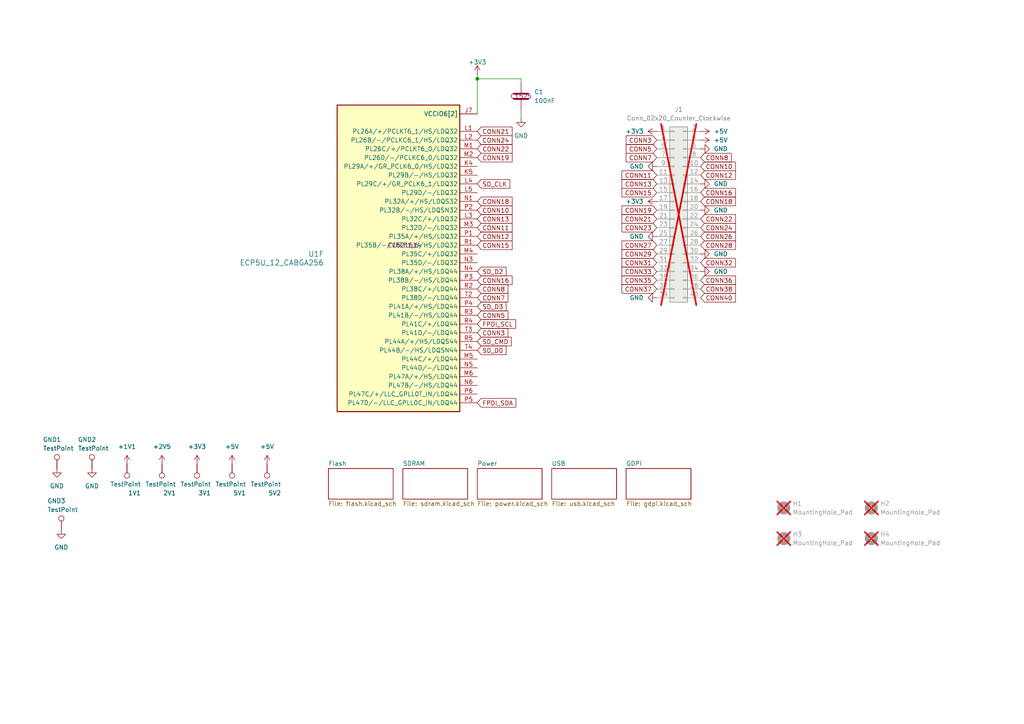
<source format=kicad_sch>
(kicad_sch (version 20250114) (generator "eeschema") (generator_version "9.0")
  (paper "A4")
  (title_block (title "Anice") (date "2025-04-25") (rev "v1r1") (company "Cyao") (comment 1 "https://github.com/cheyao/anice"))
  (lib_symbols
    (symbol "Connector:TestPoint" (pin_numbers (hide yes)) (pin_names (offset 0.762) (hide yes))
      (property "Reference" "TP" (at 0 6.858 0))
      (property "Value" "TestPoint" (at 0 5.08 0))
      (symbol "TestPoint_0_1"
        (circle (center 0 3.302) (radius 0.762))
      )
      (symbol "TestPoint_1_1"
        (pin passive line (at 0 0 90) (length 2.54) (name "1") (number "1"))
      )
    )
    (symbol "Connector_Generic:Conn_02x20_Odd_Even" (pin_names (offset 1.016) (hide yes))
      (property "Reference" "J" (at 1.27 25.4 0))
      (property "Value" "Conn_02x20_Odd_Even" (at 1.27 -27.94 0))
      (symbol "Conn_02x20_Odd_Even_1_1"
        (rectangle (start -1.27 24.13) (end 3.81 -26.67) (stroke (width 0.254)) (fill (type background)))
        (rectangle (start -1.27 22.987) (end 0 22.733) (stroke (width 0.1524)))
        (rectangle (start -1.27 20.447) (end 0 20.193) (stroke (width 0.1524)))
        (rectangle (start -1.27 17.907) (end 0 17.653) (stroke (width 0.1524)))
        (rectangle (start -1.27 15.367) (end 0 15.113) (stroke (width 0.1524)))
        (rectangle (start -1.27 12.827) (end 0 12.573) (stroke (width 0.1524)))
        (rectangle (start -1.27 10.287) (end 0 10.033) (stroke (width 0.1524)))
        (rectangle (start -1.27 7.747) (end 0 7.493) (stroke (width 0.1524)))
        (rectangle (start -1.27 5.207) (end 0 4.953) (stroke (width 0.1524)))
        (rectangle (start -1.27 2.667) (end 0 2.413) (stroke (width 0.1524)))
        (rectangle (start -1.27 0.127) (end 0 -0.127) (stroke (width 0.1524)))
        (rectangle (start -1.27 -2.413) (end 0 -2.667) (stroke (width 0.1524)))
        (rectangle (start -1.27 -4.953) (end 0 -5.207) (stroke (width 0.1524)))
        (rectangle (start -1.27 -7.493) (end 0 -7.747) (stroke (width 0.1524)))
        (rectangle (start -1.27 -10.033) (end 0 -10.287) (stroke (width 0.1524)))
        (rectangle (start -1.27 -12.573) (end 0 -12.827) (stroke (width 0.1524)))
        (rectangle (start -1.27 -15.113) (end 0 -15.367) (stroke (width 0.1524)))
        (rectangle (start -1.27 -17.653) (end 0 -17.907) (stroke (width 0.1524)))
        (rectangle (start -1.27 -20.193) (end 0 -20.447) (stroke (width 0.1524)))
        (rectangle (start -1.27 -22.733) (end 0 -22.987) (stroke (width 0.1524)))
        (rectangle (start -1.27 -25.273) (end 0 -25.527) (stroke (width 0.1524)))
        (rectangle (start 3.81 22.987) (end 2.54 22.733) (stroke (width 0.1524)))
        (rectangle (start 3.81 20.447) (end 2.54 20.193) (stroke (width 0.1524)))
        (rectangle (start 3.81 17.907) (end 2.54 17.653) (stroke (width 0.1524)))
        (rectangle (start 3.81 15.367) (end 2.54 15.113) (stroke (width 0.1524)))
        (rectangle (start 3.81 12.827) (end 2.54 12.573) (stroke (width 0.1524)))
        (rectangle (start 3.81 10.287) (end 2.54 10.033) (stroke (width 0.1524)))
        (rectangle (start 3.81 7.747) (end 2.54 7.493) (stroke (width 0.1524)))
        (rectangle (start 3.81 5.207) (end 2.54 4.953) (stroke (width 0.1524)))
        (rectangle (start 3.81 2.667) (end 2.54 2.413) (stroke (width 0.1524)))
        (rectangle (start 3.81 0.127) (end 2.54 -0.127) (stroke (width 0.1524)))
        (rectangle (start 3.81 -2.413) (end 2.54 -2.667) (stroke (width 0.1524)))
        (rectangle (start 3.81 -4.953) (end 2.54 -5.207) (stroke (width 0.1524)))
        (rectangle (start 3.81 -7.493) (end 2.54 -7.747) (stroke (width 0.1524)))
        (rectangle (start 3.81 -10.033) (end 2.54 -10.287) (stroke (width 0.1524)))
        (rectangle (start 3.81 -12.573) (end 2.54 -12.827) (stroke (width 0.1524)))
        (rectangle (start 3.81 -15.113) (end 2.54 -15.367) (stroke (width 0.1524)))
        (rectangle (start 3.81 -17.653) (end 2.54 -17.907) (stroke (width 0.1524)))
        (rectangle (start 3.81 -20.193) (end 2.54 -20.447) (stroke (width 0.1524)))
        (rectangle (start 3.81 -22.733) (end 2.54 -22.987) (stroke (width 0.1524)))
        (rectangle (start 3.81 -25.273) (end 2.54 -25.527) (stroke (width 0.1524)))
        (pin passive line (at -5.08 22.86 0) (length 3.81) (name "Pin_1") (number "1"))
        (pin passive line (at -5.08 20.32 0) (length 3.81) (name "Pin_3") (number "3"))
        (pin passive line (at -5.08 17.78 0) (length 3.81) (name "Pin_5") (number "5"))
        (pin passive line (at -5.08 15.24 0) (length 3.81) (name "Pin_7") (number "7"))
        (pin passive line (at -5.08 12.7 0) (length 3.81) (name "Pin_9") (number "9"))
        (pin passive line (at -5.08 10.16 0) (length 3.81) (name "Pin_11") (number "11"))
        (pin passive line (at -5.08 7.62 0) (length 3.81) (name "Pin_13") (number "13"))
        (pin passive line (at -5.08 5.08 0) (length 3.81) (name "Pin_15") (number "15"))
        (pin passive line (at -5.08 2.54 0) (length 3.81) (name "Pin_17") (number "17"))
        (pin passive line (at -5.08 0 0) (length 3.81) (name "Pin_19") (number "19"))
        (pin passive line (at -5.08 -2.54 0) (length 3.81) (name "Pin_21") (number "21"))
        (pin passive line (at -5.08 -5.08 0) (length 3.81) (name "Pin_23") (number "23"))
        (pin passive line (at -5.08 -7.62 0) (length 3.81) (name "Pin_25") (number "25"))
        (pin passive line (at -5.08 -10.16 0) (length 3.81) (name "Pin_27") (number "27"))
        (pin passive line (at -5.08 -12.7 0) (length 3.81) (name "Pin_29") (number "29"))
        (pin passive line (at -5.08 -15.24 0) (length 3.81) (name "Pin_31") (number "31"))
        (pin passive line (at -5.08 -17.78 0) (length 3.81) (name "Pin_33") (number "33"))
        (pin passive line (at -5.08 -20.32 0) (length 3.81) (name "Pin_35") (number "35"))
        (pin passive line (at -5.08 -22.86 0) (length 3.81) (name "Pin_37") (number "37"))
        (pin passive line (at -5.08 -25.4 0) (length 3.81) (name "Pin_39") (number "39"))
        (pin passive line (at 7.62 22.86 180) (length 3.81) (name "Pin_2") (number "2"))
        (pin passive line (at 7.62 20.32 180) (length 3.81) (name "Pin_4") (number "4"))
        (pin passive line (at 7.62 17.78 180) (length 3.81) (name "Pin_6") (number "6"))
        (pin passive line (at 7.62 15.24 180) (length 3.81) (name "Pin_8") (number "8"))
        (pin passive line (at 7.62 12.7 180) (length 3.81) (name "Pin_10") (number "10"))
        (pin passive line (at 7.62 10.16 180) (length 3.81) (name "Pin_12") (number "12"))
        (pin passive line (at 7.62 7.62 180) (length 3.81) (name "Pin_14") (number "14"))
        (pin passive line (at 7.62 5.08 180) (length 3.81) (name "Pin_16") (number "16"))
        (pin passive line (at 7.62 2.54 180) (length 3.81) (name "Pin_18") (number "18"))
        (pin passive line (at 7.62 0 180) (length 3.81) (name "Pin_20") (number "20"))
        (pin passive line (at 7.62 -2.54 180) (length 3.81) (name "Pin_22") (number "22"))
        (pin passive line (at 7.62 -5.08 180) (length 3.81) (name "Pin_24") (number "24"))
        (pin passive line (at 7.62 -7.62 180) (length 3.81) (name "Pin_26") (number "26"))
        (pin passive line (at 7.62 -10.16 180) (length 3.81) (name "Pin_28") (number "28"))
        (pin passive line (at 7.62 -12.7 180) (length 3.81) (name "Pin_30") (number "30"))
        (pin passive line (at 7.62 -15.24 180) (length 3.81) (name "Pin_32") (number "32"))
        (pin passive line (at 7.62 -17.78 180) (length 3.81) (name "Pin_34") (number "34"))
        (pin passive line (at 7.62 -20.32 180) (length 3.81) (name "Pin_36") (number "36"))
        (pin passive line (at 7.62 -22.86 180) (length 3.81) (name "Pin_38") (number "38"))
        (pin passive line (at 7.62 -25.4 180) (length 3.81) (name "Pin_40") (number "40"))
      )
    )
    (symbol "Device:C" (pin_numbers (hide yes)) (pin_names (offset 0.254))
      (property "Reference" "C" (at 0.635 2.54 0))
      (property "Value" "C" (at 0.635 -2.54 0))
      (symbol "C_0_1"
        (polyline (pts (xy -2.032 0.762) (xy 2.032 0.762)) (stroke (width 0.508)))
        (polyline (pts (xy -2.032 -0.762) (xy 2.032 -0.762)) (stroke (width 0.508)))
      )
      (symbol "C_1_1"
        (pin passive line (at 0 3.81 270) (length 2.794) (name "~") (number "1"))
        (pin passive line (at 0 -3.81 90) (length 2.794) (name "~") (number "2"))
      )
    )
    (symbol "ECP5U_12_CABGA256_1"
      (property "Reference" "U1" (at 22.86 -2.5399 0))
      (property "Value" "ECP5U_12_CABGA256" (at 22.86 -5.0799 0))
      (symbol "ECP5U_12_CABGA256_1_1_1"
        (rectangle (start -7.62 7.62) (end 6.35 -7.62) (stroke (width 0.001)) (fill (type background)))
        (pin power_in line (at -12.7 5.08 0) (length 5.08) (name "VCC[6]") (number "G6"))
        (pin power_in line (at -12.7 5.08 0) (length 5.08) (name "VCC[6]") (number "G7"))
        (pin power_in line (at -12.7 5.08 0) (length 5.08) (name "VCC[6]") (number "G9"))
        (pin power_in line (at -12.7 5.08 0) (length 5.08) (name "VCC[6]") (number "L10"))
        (pin power_in line (at -12.7 5.08 0) (length 5.08) (name "VCC[6]") (number "L8"))
        (pin power_in line (at -12.7 5.08 0) (length 5.08) (name "VCC[6]") (number "L9"))
        (pin power_in line (at -12.7 2.54 0) (length 5.08) (name "VCCAUX[2]") (number "G11"))
        (pin power_in line (at -12.7 2.54 0) (length 5.08) (name "VCCAUX[2]") (number "L7"))
        (pin power_in line (at -12.7 -5.08 0) (length 5.08) (name "GND[27]") (number "A1"))
        (pin power_in line (at -12.7 -5.08 0) (length 5.08) (name "GND[27]") (number "A16"))
        (pin power_in line (at -12.7 -5.08 0) (length 5.08) (name "GND[27]") (number "D15"))
        (pin power_in line (at -12.7 -5.08 0) (length 5.08) (name "GND[27]") (number "D2"))
        (pin power_in line (at -12.7 -5.08 0) (length 5.08) (name "GND[27]") (number "F8"))
        (pin power_in line (at -12.7 -5.08 0) (length 5.08) (name "GND[27]") (number "F9"))
        (pin power_in line (at -12.7 -5.08 0) (length 5.08) (name "GND[27]") (number "G10"))
        (pin power_in line (at -12.7 -5.08 0) (length 5.08) (name "GND[27]") (number "G8"))
        (pin power_in line (at -12.7 -5.08 0) (length 5.08) (name "GND[27]") (number "H1"))
        (pin power_in line (at -12.7 -5.08 0) (length 5.08) (name "GND[27]") (number "H10"))
        (pin power_in line (at -12.7 -5.08 0) (length 5.08) (name "GND[27]") (number "H16"))
        (pin power_in line (at -12.7 -5.08 0) (length 5.08) (name "GND[27]") (number "H8"))
        (pin power_in line (at -12.7 -5.08 0) (length 5.08) (name "GND[27]") (number "H9"))
        (pin power_in line (at -12.7 -5.08 0) (length 5.08) (name "GND[27]") (number "J10"))
        (pin power_in line (at -12.7 -5.08 0) (length 5.08) (name "GND[27]") (number "J8"))
        (pin power_in line (at -12.7 -5.08 0) (length 5.08) (name "GND[27]") (number "J9"))
        (pin power_in line (at -12.7 -5.08 0) (length 5.08) (name "GND[27]") (number "K10"))
        (pin power_in line (at -12.7 -5.08 0) (length 5.08) (name "GND[27]") (number "K6"))
        (pin power_in line (at -12.7 -5.08 0) (length 5.08) (name "GND[27]") (number "K7"))
        (pin power_in line (at -12.7 -5.08 0) (length 5.08) (name "GND[27]") (number "K8"))
        (pin power_in line (at -12.7 -5.08 0) (length 5.08) (name "GND[27]") (number "K9"))
        (pin power_in line (at -12.7 -5.08 0) (length 5.08) (name "GND[27]") (number "N15"))
        (pin power_in line (at -12.7 -5.08 0) (length 5.08) (name "GND[27]") (number "N2"))
        (pin power_in line (at -12.7 -5.08 0) (length 5.08) (name "GND[27]") (number "T1"))
        (pin power_in line (at -12.7 -5.08 0) (length 5.08) (name "GND[27]") (number "T12"))
        (pin power_in line (at -12.7 -5.08 0) (length 5.08) (name "GND[27]") (number "T16"))
        (pin power_in line (at -12.7 -5.08 0) (length 5.08) (name "GND[27]") (number "T5"))
      )
      (symbol "ECP5U_12_CABGA256_1_2_1"
        (rectangle (start -16.51 40.64) (end 8.89 -27.94) (stroke (width 0.305)) (fill (type background)))
        (pin power_in line (at -21.59 38.1 0) (length 5.08) (name "VCCIO0[2]") (number "F6"))
        (pin power_in line (at -21.59 38.1 0) (length 5.08) (name "VCCIO0[2]") (number "F7"))
        (pin bidirectional line (at -21.59 33.02 0) (length 5.08) (name "PT4A/+") (number "A2"))
        (pin bidirectional line (at -21.59 30.48 0) (length 5.08) (name "PT4B/-") (number "B3"))
        (pin bidirectional line (at -21.59 27.94 0) (length 5.08) (name "PT6A/+") (number "A3"))
        (pin bidirectional line (at -21.59 25.4 0) (length 5.08) (name "PT6B/-") (number "A4"))
        (pin bidirectional line (at -21.59 22.86 0) (length 5.08) (name "PT9A/+") (number "E4"))
        (pin bidirectional line (at -21.59 20.32 0) (length 5.08) (name "PT9B/-") (number "D4"))
        (pin bidirectional line (at -21.59 17.78 0) (length 5.08) (name "PT11A/+") (number "C4"))
        (pin bidirectional line (at -21.59 15.24 0) (length 5.08) (name "PT11B/-") (number "B4"))
        (pin bidirectional line (at -21.59 12.7 0) (length 5.08) (name "PT13A/+") (number "E5"))
        (pin bidirectional line (at -21.59 10.16 0) (length 5.08) (name "PT13B/-") (number "D5"))
        (pin bidirectional line (at -21.59 7.62 0) (length 5.08) (name "PT15A/+") (number "C5"))
        (pin bidirectional line (at -21.59 5.08 0) (length 5.08) (name "PT15B/-") (number "B5"))
        (pin bidirectional line (at -21.59 2.54 0) (length 5.08) (name "PT18A/+") (number "A5"))
        (pin bidirectional line (at -21.59 0 0) (length 5.08) (name "PT18B/-") (number "A6"))
        (pin bidirectional line (at -21.59 -2.54 0) (length 5.08) (name "PT20A/+") (number "E6"))
        (pin bidirectional line (at -21.59 -5.08 0) (length 5.08) (name "PT20B/-") (number "D6"))
        (pin bidirectional line (at -21.59 -7.62 0) (length 5.08) (name "PT22A/+") (number "C6"))
        (pin bidirectional line (at -21.59 -10.16 0) (length 5.08) (name "PT22B/-") (number "B6"))
        (pin bidirectional line (at -21.59 -12.7 0) (length 5.08) (name "PT24A/+/GR_PCLK0_1") (number "E7"))
        (pin bidirectional line (at -21.59 -15.24 0) (length 5.08) (name "PT24B/-/GR_PCLK0_0") (number "D7"))
        (pin bidirectional line (at -21.59 -17.78 0) (length 5.08) (name "PT27A/+/PCLKT0_1") (number "C7"))
        (pin bidirectional line (at -21.59 -20.32 0) (length 5.08) (name "PT27B/-/PCLKC0_1") (number "B7"))
        (pin bidirectional line (at -21.59 -22.86 0) (length 5.08) (name "PT29A/+/PCLKT0_0") (number "A7"))
        (pin bidirectional line (at -21.59 -25.4 0) (length 5.08) (name "PT29B/-/PCLKC0_0") (number "A8"))
      )
      (symbol "ECP5U_12_CABGA256_1_3_1"
        (rectangle (start -16.51 40.64) (end 8.89 -48.26) (stroke (width 0.305)) (fill (type background)))
        (pin power_in line (at -21.59 38.1 0) (length 5.08) (name "VCCIO1[2]") (number "F10"))
        (pin power_in line (at -21.59 38.1 0) (length 5.08) (name "VCCIO1[2]") (number "F11"))
        (pin bidirectional line (at -21.59 33.02 0) (length 5.08) (name "PT33A/+/PCLKT1_1") (number "E8"))
        (pin bidirectional line (at -21.59 30.48 0) (length 5.08) (name "PT33B/-/PCLKC1_1") (number "D8"))
        (pin bidirectional line (at -21.59 27.94 0) (length 5.08) (name "PT35A/+/PCLKT1_0") (number "C8"))
        (pin bidirectional line (at -21.59 25.4 0) (length 5.08) (name "PT35B/-/PCLKC1_0") (number "B8"))
        (pin bidirectional line (at -21.59 22.86 0) (length 5.08) (name "PT38A/+/GR_PCLK1_0") (number "B9"))
        (pin bidirectional line (at -21.59 20.32 0) (length 5.08) (name "PT38B/-/GR_PCLK1_1") (number "C9"))
        (pin bidirectional line (at -21.59 17.78 0) (length 5.08) (name "PT40A/+") (number "D9"))
        (pin bidirectional line (at -21.59 15.24 0) (length 5.08) (name "PT40B/-") (number "E9"))
        (pin bidirectional line (at -21.59 12.7 0) (length 5.08) (name "PT42A/+") (number "A9"))
        (pin bidirectional line (at -21.59 10.16 0) (length 5.08) (name "PT42B/-") (number "A10"))
        (pin bidirectional line (at -21.59 7.62 0) (length 5.08) (name "PT44A/+") (number "B10"))
        (pin bidirectional line (at -21.59 5.08 0) (length 5.08) (name "PT44B/-") (number "C10"))
        (pin bidirectional line (at -21.59 2.54 0) (length 5.08) (name "PT47A/+") (number "D10"))
        (pin bidirectional line (at -21.59 0 0) (length 5.08) (name "PT47B/-") (number "E10"))
        (pin bidirectional line (at -21.59 -2.54 0) (length 5.08) (name "PT49A/+") (number "B11"))
        (pin bidirectional line (at -21.59 -5.08 0) (length 5.08) (name "PT49B/-") (number "C11"))
        (pin bidirectional line (at -21.59 -7.62 0) (length 5.08) (name "PT51A/+") (number "D11"))
        (pin bidirectional line (at -21.59 -10.16 0) (length 5.08) (name "PT51B/-") (number "E11"))
        (pin bidirectional line (at -21.59 -12.7 0) (length 5.08) (name "PT53A/+") (number "A11"))
        (pin bidirectional line (at -21.59 -15.24 0) (length 5.08) (name "PT53B/-") (number "A12"))
        (pin bidirectional line (at -21.59 -17.78 0) (length 5.08) (name "PT56A/+") (number "B12"))
        (pin bidirectional line (at -21.59 -20.32 0) (length 5.08) (name "PT56B/-") (number "C12"))
        (pin bidirectional line (at -21.59 -22.86 0) (length 5.08) (name "PT58A/+") (number "D12"))
        (pin bidirectional line (at -21.59 -25.4 0) (length 5.08) (name "PT58B/-") (number "E12"))
        (pin bidirectional line (at -21.59 -27.94 0) (length 5.08) (name "PT60A/+") (number "B13"))
        (pin bidirectional line (at -21.59 -30.48 0) (length 5.08) (name "PT60B/-") (number "C13"))
        (pin bidirectional line (at -21.59 -33.02 0) (length 5.08) (name "PT62A/+") (number "D13"))
        (pin bidirectional line (at -21.59 -35.56 0) (length 5.08) (name "PT62B/-") (number "E13"))
        (pin bidirectional line (at -21.59 -38.1 0) (length 5.08) (name "PT65A/+") (number "A13"))
        (pin bidirectional line (at -21.59 -40.64 0) (length 5.08) (name "PT65B/-") (number "A14"))
        (pin bidirectional line (at -21.59 -43.18 0) (length 5.08) (name "PT67A/+") (number "B14"))
        (pin bidirectional line (at -21.59 -45.72 0) (length 5.08) (name "PT67B/-") (number "A15"))
      )
      (symbol "ECP5U_12_CABGA256_1_4_1"
        (rectangle (start -16.51 40.64) (end 21.59 -48.26) (stroke (width 0.305)) (fill (type background)))
        (pin power_in line (at -21.59 38.1 0) (length 5.08) (name "VCCIO2[2]") (number "H11"))
        (pin power_in line (at -21.59 38.1 0) (length 5.08) (name "VCCIO2[2]") (number "J11"))
        (pin bidirectional line (at -21.59 33.02 0) (length 5.08) (name "PR2A/+/HS/RDQ8") (number "B16"))
        (pin bidirectional line (at -21.59 30.48 0) (length 5.08) (name "PR2B/-/S0_IN/HS/RDQ8") (number "B15"))
        (pin bidirectional line (at -21.59 27.94 0) (length 5.08) (name "PR2C/+/RDQ8") (number "C14"))
        (pin bidirectional line (at -21.59 25.4 0) (length 5.08) (name "PR2D/-/RDQ8") (number "D14"))
        (pin bidirectional line (at -21.59 22.86 0) (length 5.08) (name "PR5A/+/HS/RDQ8") (number "C16"))
        (pin bidirectional line (at -21.59 20.32 0) (length 5.08) (name "PR5B/-/HS/RDQ8") (number "C15"))
        (pin bidirectional line (at -21.59 17.78 0) (length 5.08) (name "PR5C/+/RDQ8") (number "E14"))
        (pin bidirectional line (at -21.59 15.24 0) (length 5.08) (name "PR5D/-/RDQ8") (number "F14"))
        (pin bidirectional line (at -21.59 12.7 0) (length 5.08) (name "PR8A/+/HS/RDQS8") (number "D16"))
        (pin bidirectional line (at -21.59 10.16 0) (length 5.08) (name "PR8B/-/HS/RDQSN8") (number "E15"))
        (pin bidirectional line (at -21.59 7.62 0) (length 5.08) (name "PR8C/+/RDQ8") (number "F13"))
        (pin bidirectional line (at -21.59 5.08 0) (length 5.08) (name "PR8D/-/RDQ8") (number "F12"))
        (pin bidirectional line (at -21.59 2.54 0) (length 5.08) (name "PR11A/+/HS/RDQ8") (number "G12"))
        (pin bidirectional line (at -21.59 0 0) (length 5.08) (name "PR11B/-/HS/RDQ8") (number "G13"))
        (pin bidirectional line (at -21.59 -2.54 0) (length 5.08) (name "PR11C/+/RDQ8") (number "F15"))
        (pin bidirectional line (at -21.59 -5.08 0) (length 5.08) (name "PR11D/-/RDQ8") (number "E16"))
        (pin bidirectional line (at -21.59 -7.62 0) (length 5.08) (name "PR14A/+/HS/RDQ20") (number "F16"))
        (pin bidirectional line (at -21.59 -10.16 0) (length 5.08) (name "PR14B/-/HS/RDQ20") (number "G15"))
        (pin bidirectional line (at -21.59 -12.7 0) (length 5.08) (name "PR14C/+/VREF1_2/RDQ20") (number "G14"))
        (pin bidirectional line (at -21.59 -15.24 0) (length 5.08) (name "PR14D/-/RDQ20") (number "H14"))
        (pin bidirectional line (at -21.59 -17.78 0) (length 5.08) (name "PR17A/+/HS/RDQ20") (number "H12"))
        (pin bidirectional line (at -21.59 -20.32 0) (length 5.08) (name "PR17B/-/HS/RDQ20") (number "H13"))
        (pin bidirectional line (at -21.59 -22.86 0) (length 5.08) (name "PR17C/+/RDQ20") (number "J13"))
        (pin bidirectional line (at -21.59 -25.4 0) (length 5.08) (name "PR17D/-/RDQ20") (number "J12"))
        (pin bidirectional line (at -21.59 -27.94 0) (length 5.08) (name "PR20A/+/GR_PCLK2_1/HS/RDQS20") (number "G16"))
        (pin bidirectional line (at -21.59 -30.48 0) (length 5.08) (name "PR20B/-/HS/RDQSN20") (number "H15"))
        (pin bidirectional line (at -21.59 -33.02 0) (length 5.08) (name "PR20C/+/GR_PCLK2_0/RDQ20") (number "J14"))
        (pin bidirectional line (at -21.59 -35.56 0) (length 5.08) (name "PR20D/-/RDQ20") (number "K14"))
        (pin bidirectional line (at -21.59 -38.1 0) (length 5.08) (name "PR23A/+/PCLKT2_1/HS/RDQ20") (number "J16"))
        (pin bidirectional line (at -21.59 -40.64 0) (length 5.08) (name "PR23B/-/PCLKC2_1/HS/RDQ20") (number "J15"))
        (pin bidirectional line (at -21.59 -43.18 0) (length 5.08) (name "PR23C/+/PCLKT2_0/RDQ20") (number "K16"))
        (pin bidirectional line (at -21.59 -45.72 0) (length 5.08) (name "PR23D/-/PCLKC2_0/RDQ20") (number "K15"))
      )
      (symbol "ECP5U_12_CABGA256_1_5_1"
        (rectangle (start -16.51 40.64) (end 19.05 -48.26) (stroke (width 0.305)) (fill (type background)))
        (pin power_in line (at -21.59 38.1 0) (length 5.08) (name "VCCIO3[2]") (number "K11"))
        (pin power_in line (at -21.59 38.1 0) (length 5.08) (name "VCCIO3[2]") (number "L11"))
        (pin bidirectional line (at -21.59 33.02 0) (length 5.08) (name "PR26A/+/PCLKT3_1/HS/RDQ32") (number "L16"))
        (pin bidirectional line (at -21.59 30.48 0) (length 5.08) (name "PR26B/-/PCLKC3_1/HS/RDQ32") (number "L15"))
        (pin bidirectional line (at -21.59 27.94 0) (length 5.08) (name "PR26C/+/PCLKT3_0/RDQ32") (number "M16"))
        (pin bidirectional line (at -21.59 25.4 0) (length 5.08) (name "PR26D/-/PCLKC3_0/RDQ32") (number "M15"))
        (pin bidirectional line (at -21.59 22.86 0) (length 5.08) (name "PR29A/+/GR_PCLK3_0/HS/RDQ32") (number "K13"))
        (pin bidirectional line (at -21.59 20.32 0) (length 5.08) (name "PR29B/-/HS/RDQ32") (number "K12"))
        (pin bidirectional line (at -21.59 17.78 0) (length 5.08) (name "PR29C/+/GR_PCLK3_1/RDQ32") (number "L13"))
        (pin bidirectional line (at -21.59 15.24 0) (length 5.08) (name "PR29D/-/RDQ32") (number "L12"))
        (pin bidirectional line (at -21.59 12.7 0) (length 5.08) (name "PR32A/+/HS/RDQS32") (number "N16"))
        (pin bidirectional line (at -21.59 10.16 0) (length 5.08) (name "PR32B/-/HS/RDQSN32") (number "P15"))
        (pin bidirectional line (at -21.59 7.62 0) (length 5.08) (name "PR32C/+/RDQ32") (number "L14"))
        (pin bidirectional line (at -21.59 5.08 0) (length 5.08) (name "PR32D/-/RDQ32") (number "M14"))
        (pin bidirectional line (at -21.59 2.54 0) (length 5.08) (name "PR35A/+/HS/RDQ32") (number "P16"))
        (pin bidirectional line (at -21.59 0 0) (length 5.08) (name "PR35B/-/VREF1_3/HS/RDQ32") (number "R16"))
        (pin bidirectional line (at -21.59 -2.54 0) (length 5.08) (name "PR35C/+/RDQ32") (number "M13"))
        (pin bidirectional line (at -21.59 -5.08 0) (length 5.08) (name "PR35D/-/RDQ32") (number "N14"))
        (pin bidirectional line (at -21.59 -7.62 0) (length 5.08) (name "PR38A/+/HS/RDQ44") (number "N13"))
        (pin bidirectional line (at -21.59 -10.16 0) (length 5.08) (name "PR38B/-/HS/RDQ44") (number "P14"))
        (pin bidirectional line (at -21.59 -12.7 0) (length 5.08) (name "PR38C/+/RDQ44") (number "R15"))
        (pin bidirectional line (at -21.59 -15.24 0) (length 5.08) (name "PR38D/-/RDQ44") (number "T15"))
        (pin bidirectional line (at -21.59 -17.78 0) (length 5.08) (name "PR41A/+/HS/RDQ44") (number "P13"))
        (pin bidirectional line (at -21.59 -20.32 0) (length 5.08) (name "PR41B/-/HS/RDQ44") (number "R14"))
        (pin bidirectional line (at -21.59 -22.86 0) (length 5.08) (name "PR41C/+/RDQ44") (number "R13"))
        (pin bidirectional line (at -21.59 -25.4 0) (length 5.08) (name "PR41D/-/RDQ44") (number "T14"))
        (pin bidirectional line (at -21.59 -27.94 0) (length 5.08) (name "PR44A/+/HS/RDQS44") (number "R12"))
        (pin bidirectional line (at -21.59 -30.48 0) (length 5.08) (name "PR44B/-/HS/RDQSN44") (number "T13"))
        (pin bidirectional line (at -21.59 -33.02 0) (length 5.08) (name "PR44C/+/RDQ44") (number "M12"))
        (pin bidirectional line (at -21.59 -35.56 0) (length 5.08) (name "PR44D/-/RDQ44") (number "N12"))
        (pin bidirectional line (at -21.59 -38.1 0) (length 5.08) (name "PR47A/+/HS/RDQ44") (number "M11"))
        (pin bidirectional line (at -21.59 -40.64 0) (length 5.08) (name "PR47B/-/HS/RDQ44") (number "N11"))
        (pin bidirectional line (at -21.59 -43.18 0) (length 5.08) (name "PR47C/+/LRC_GPLL0T_IN/RDQ44") (number "P11"))
        (pin bidirectional line (at -21.59 -45.72 0) (length 5.08) (name "PR47D/-/LRC_GPLL0C_IN/RDQ44") (number "P12"))
      )
      (symbol "ECP5U_12_CABGA256_1_6_1"
        (rectangle (start -16.51 40.64) (end 19.05 -48.26) (stroke (width 0.305)) (fill (type background)))
        (pin power_in line (at -21.59 38.1 0) (length 5.08) (name "VCCIO6[2]") (number "J6"))
        (pin power_in line (at -21.59 38.1 0) (length 5.08) (name "VCCIO6[2]") (number "J7"))
        (pin bidirectional line (at -21.59 33.02 0) (length 5.08) (name "PL26A/+/PCLKT6_1/HS/LDQ32") (number "L1"))
        (pin bidirectional line (at -21.59 30.48 0) (length 5.08) (name "PL26B/-/PCLKC6_1/HS/LDQ32") (number "L2"))
        (pin bidirectional line (at -21.59 27.94 0) (length 5.08) (name "PL26C/+/PCLKT6_0/LDQ32") (number "M1"))
        (pin bidirectional line (at -21.59 25.4 0) (length 5.08) (name "PL26D/-/PCLKC6_0/LDQ32") (number "M2"))
        (pin bidirectional line (at -21.59 22.86 0) (length 5.08) (name "PL29A/+/GR_PCLK6_0/HS/LDQ32") (number "K4"))
        (pin bidirectional line (at -21.59 20.32 0) (length 5.08) (name "PL29B/-/HS/LDQ32") (number "K5"))
        (pin bidirectional line (at -21.59 17.78 0) (length 5.08) (name "PL29C/+/GR_PCLK6_1/LDQ32") (number "L4"))
        (pin bidirectional line (at -21.59 15.24 0) (length 5.08) (name "PL29D/-/LDQ32") (number "L5"))
        (pin bidirectional line (at -21.59 12.7 0) (length 5.08) (name "PL32A/+/HS/LDQS32") (number "N1"))
        (pin bidirectional line (at -21.59 10.16 0) (length 5.08) (name "PL32B/-/HS/LDQSN32") (number "P2"))
        (pin bidirectional line (at -21.59 7.62 0) (length 5.08) (name "PL32C/+/LDQ32") (number "L3"))
        (pin bidirectional line (at -21.59 5.08 0) (length 5.08) (name "PL32D/-/LDQ32") (number "M3"))
        (pin bidirectional line (at -21.59 2.54 0) (length 5.08) (name "PL35A/+/HS/LDQ32") (number "P1"))
        (pin bidirectional line (at -21.59 0 0) (length 5.08) (name "PL35B/-/VREF1_6/HS/LDQ32") (number "R1"))
        (pin bidirectional line (at -21.59 -2.54 0) (length 5.08) (name "PL35C/+/LDQ32") (number "M4"))
        (pin bidirectional line (at -21.59 -5.08 0) (length 5.08) (name "PL35D/-/LDQ32") (number "N3"))
        (pin bidirectional line (at -21.59 -7.62 0) (length 5.08) (name "PL38A/+/HS/LDQ44") (number "N4"))
        (pin bidirectional line (at -21.59 -10.16 0) (length 5.08) (name "PL38B/-/HS/LDQ44") (number "P3"))
        (pin bidirectional line (at -21.59 -12.7 0) (length 5.08) (name "PL38C/+/LDQ44") (number "R2"))
        (pin bidirectional line (at -21.59 -15.24 0) (length 5.08) (name "PL38D/-/LDQ44") (number "T2"))
        (pin bidirectional line (at -21.59 -17.78 0) (length 5.08) (name "PL41A/+/HS/LDQ44") (number "P4"))
        (pin bidirectional line (at -21.59 -20.32 0) (length 5.08) (name "PL41B/-/HS/LDQ44") (number "R3"))
        (pin bidirectional line (at -21.59 -22.86 0) (length 5.08) (name "PL41C/+/LDQ44") (number "R4"))
        (pin bidirectional line (at -21.59 -25.4 0) (length 5.08) (name "PL41D/-/LDQ44") (number "T3"))
        (pin bidirectional line (at -21.59 -27.94 0) (length 5.08) (name "PL44A/+/HS/LDQS44") (number "R5"))
        (pin bidirectional line (at -21.59 -30.48 0) (length 5.08) (name "PL44B/-/HS/LDQSN44") (number "T4"))
        (pin bidirectional line (at -21.59 -33.02 0) (length 5.08) (name "PL44C/+/LDQ44") (number "M5"))
        (pin bidirectional line (at -21.59 -35.56 0) (length 5.08) (name "PL44D/-/LDQ44") (number "N5"))
        (pin bidirectional line (at -21.59 -38.1 0) (length 5.08) (name "PL47A/+/HS/LDQ44") (number "M6"))
        (pin bidirectional line (at -21.59 -40.64 0) (length 5.08) (name "PL47B/-/HS/LDQ44") (number "N6"))
        (pin bidirectional line (at -21.59 -43.18 0) (length 5.08) (name "PL47C/+/LLC_GPLL0T_IN/LDQ44") (number "P6"))
        (pin bidirectional line (at -21.59 -45.72 0) (length 5.08) (name "PL47D/-/LLC_GPLL0C_IN/LDQ44") (number "P5"))
      )
      (symbol "ECP5U_12_CABGA256_1_7_1"
        (rectangle (start -16.51 40.64) (end 20.32 -46.99) (stroke (width 0.305)) (fill (type background)))
        (pin power_in line (at -21.59 38.1 0) (length 5.08) (name "VCCIO7[2]") (number "H6"))
        (pin power_in line (at -21.59 38.1 0) (length 5.08) (name "VCCIO7[2]") (number "H7"))
        (pin bidirectional line (at -21.59 34.29 0) (length 5.08) (name "PL2A/+/HS/LDQ8") (number "B1"))
        (pin bidirectional line (at -21.59 31.75 0) (length 5.08) (name "PL2B/-/HS/LDQ8") (number "B2"))
        (pin bidirectional line (at -21.59 29.21 0) (length 5.08) (name "PL2C/+/LDQ8") (number "C3"))
        (pin bidirectional line (at -21.59 26.67 0) (length 5.08) (name "PL2D/-/LDQ8") (number "D3"))
        (pin bidirectional line (at -21.59 24.13 0) (length 5.08) (name "PL5A/+/HS/LDQ8") (number "C1"))
        (pin bidirectional line (at -21.59 21.59 0) (length 5.08) (name "PL5B/-/HS/LDQ8") (number "C2"))
        (pin bidirectional line (at -21.59 19.05 0) (length 5.08) (name "PL5C/+/LDQ8") (number "E3"))
        (pin bidirectional line (at -21.59 16.51 0) (length 5.08) (name "PL5D/-/LDQ8") (number "F3"))
        (pin bidirectional line (at -21.59 13.97 0) (length 5.08) (name "PL8A/+/HS/LDQS8") (number "D1"))
        (pin bidirectional line (at -21.59 11.43 0) (length 5.08) (name "PL8B/-/HS/LDQSN8") (number "E2"))
        (pin bidirectional line (at -21.59 8.89 0) (length 5.08) (name "PL8C/+/LDQ8") (number "F4"))
        (pin bidirectional line (at -21.59 6.35 0) (length 5.08) (name "PL8D/-/LDQ8") (number "F5"))
        (pin bidirectional line (at -21.59 3.81 0) (length 5.08) (name "PL11A/+/HS/LDQ8") (number "G5"))
        (pin bidirectional line (at -21.59 1.27 0) (length 5.08) (name "PL11B/-/HS/LDQ8") (number "G4"))
        (pin bidirectional line (at -21.59 -1.27 0) (length 5.08) (name "PL11C/+/LDQ8") (number "F2"))
        (pin bidirectional line (at -21.59 -3.81 0) (length 5.08) (name "PL11D/-/LDQ8") (number "E1"))
        (pin bidirectional line (at -21.59 -6.35 0) (length 5.08) (name "PL14A/+/HS/LDQ20") (number "F1"))
        (pin bidirectional line (at -21.59 -8.89 0) (length 5.08) (name "PL14B/-/HS/LDQ20") (number "G2"))
        (pin bidirectional line (at -21.59 -11.43 0) (length 5.08) (name "PL14C/+/VREF1_7/LDQ20") (number "G3"))
        (pin bidirectional line (at -21.59 -13.97 0) (length 5.08) (name "PL14D/-/LDQ20") (number "H3"))
        (pin bidirectional line (at -21.59 -16.51 0) (length 5.08) (name "PL17A/+/HS/LDQ20") (number "H5"))
        (pin bidirectional line (at -21.59 -19.05 0) (length 5.08) (name "PL17B/-/HS/LDQ20") (number "H4"))
        (pin bidirectional line (at -21.59 -21.59 0) (length 5.08) (name "PL17C/+/LDQ20") (number "J4"))
        (pin bidirectional line (at -21.59 -24.13 0) (length 5.08) (name "PL17D/-/LDQ20") (number "J5"))
        (pin bidirectional line (at -21.59 -26.67 0) (length 5.08) (name "PL20A/+/GR_PCLK7_1/HS/LDQS20") (number "G1"))
        (pin bidirectional line (at -21.59 -29.21 0) (length 5.08) (name "PL20B/-/HS/LDQSN20") (number "H2"))
        (pin bidirectional line (at -21.59 -31.75 0) (length 5.08) (name "PL20C/+/GR_PCLK7_0/LDQ20") (number "J3"))
        (pin bidirectional line (at -21.59 -34.29 0) (length 5.08) (name "PL20D/-/LDQ20") (number "K3"))
        (pin bidirectional line (at -21.59 -36.83 0) (length 5.08) (name "PL23A/+/PCLKT7_1/HS/LDQ20") (number "J1"))
        (pin bidirectional line (at -21.59 -39.37 0) (length 5.08) (name "PL23B/-/PCLKC7_1/HS/LDQ20") (number "J2"))
        (pin bidirectional line (at -21.59 -41.91 0) (length 5.08) (name "PL23C/+/PCLKT7_0/LDQ20") (number "K1"))
        (pin bidirectional line (at -21.59 -44.45 0) (length 5.08) (name "PL23D/-/PCLKC7_0/LDQ20") (number "K2"))
      )
      (symbol "ECP5U_12_CABGA256_1_8_1"
        (rectangle (start -16.51 40.64) (end 25.4 -17.78) (stroke (width 0.305)) (fill (type background)))
        (pin power_in line (at -21.59 38.1 0) (length 5.08) (name "VCCIO8") (number "L6"))
        (pin bidirectional line (at -21.59 33.02 0) (length 5.08) (name "CCLK/MCLK/SCK") (number "N9"))
        (pin bidirectional line (at -21.59 30.48 0) (length 5.08) (name "CFG_0") (number "N10"))
        (pin bidirectional line (at -21.59 27.94 0) (length 5.08) (name "CFG_1") (number "P10"))
        (pin bidirectional line (at -21.59 25.4 0) (length 5.08) (name "CFG_2") (number "R10"))
        (pin bidirectional line (at -21.59 22.86 0) (length 5.08) (name "DONE") (number "P9"))
        (pin bidirectional line (at -21.59 20.32 0) (length 5.08) (name "INITN") (number "T9"))
        (pin bidirectional line (at -21.59 17.78 0) (length 5.08) (name "PB4A/+/D7/IO7") (number "T6"))
        (pin bidirectional line (at -21.59 15.24 0) (length 5.08) (name "PB4B/-/D6/IO6") (number "R6"))
        (pin bidirectional line (at -21.59 12.7 0) (length 5.08) (name "PB6A/+/D5/MISO2/IO5") (number "R7"))
        (pin bidirectional line (at -21.59 10.16 0) (length 5.08) (name "PB6B/-/D4/MOSI2/IO4") (number "P7"))
        (pin bidirectional line (at -21.59 7.62 0) (length 5.08) (name "PB9A/+/D3/IO3") (number "N7"))
        (pin bidirectional line (at -21.59 5.08 0) (length 5.08) (name "PB9B/-/D2/IO2") (number "M7"))
        (pin bidirectional line (at -21.59 2.54 0) (length 5.08) (name "PB11A/+/D1/MISO/IO1") (number "T7"))
        (pin bidirectional line (at -21.59 0 0) (length 5.08) (name "PB11B/-/D0/MOSI/IO0") (number "T8"))
        (pin bidirectional line (at -21.59 -2.54 0) (length 5.08) (name "PB13A/+/SN/CSN") (number "R8"))
        (pin bidirectional line (at -21.59 -5.08 0) (length 5.08) (name "PB13B/-/CS1N") (number "P8"))
        (pin bidirectional line (at -21.59 -7.62 0) (length 5.08) (name "PB15A/+/HOLDN/DI/BUSY/CSSPIN/CEN") (number "N8"))
        (pin bidirectional line (at -21.59 -10.16 0) (length 5.08) (name "PB15B/-/DOUT/CSON") (number "M8"))
        (pin bidirectional line (at -21.59 -12.7 0) (length 5.08) (name "PB18A/WRITEN") (number "M9"))
        (pin bidirectional line (at -21.59 -15.24 0) (length 5.08) (name "PROGRAMN") (number "R9"))
      )
      (symbol "ECP5U_12_CABGA256_1_9_1"
        (rectangle (start -2.54 6.35) (end 5.08 -6.35) (stroke (width 0.305)) (fill (type background)))
        (pin bidirectional line (at -7.62 3.81 0) (length 5.08) (name "TCK") (number "T10"))
        (pin bidirectional line (at -7.62 1.27 0) (length 5.08) (name "TDI") (number "R11"))
        (pin bidirectional line (at -7.62 -1.27 0) (length 5.08) (name "TDO") (number "M10"))
        (pin bidirectional line (at -7.62 -3.81 0) (length 5.08) (name "TMS") (number "T11"))
      )
    )
    (symbol "Mechanical:MountingHole" (pin_names (offset 1.016)) (in_bom no)
      (property "Reference" "H" (at 0 5.08 0))
      (property "Value" "MountingHole" (at 0 3.175 0))
      (symbol "MountingHole_0_1"
        (circle (center 0 0) (radius 1.27) (stroke (width 1.27)))
      )
    )
    (symbol "power:+1V1" (power) (pin_numbers (hide yes)) (pin_names (offset 0) (hide yes))
      (property "Value" "+1V1" (at 0 3.556 0))
      (symbol "+1V1_0_1"
        (polyline (pts (xy -0.762 1.27) (xy 0 2.54)))
        (polyline (pts (xy 0 2.54) (xy 0.762 1.27)))
        (polyline (pts (xy 0 0) (xy 0 2.54)))
      )
      (symbol "+1V1_1_1"
        (pin power_in line (at 0 0 90) (length 0) (name "~") (number "1"))
      )
    )
    (symbol "power:+2V5" (power) (pin_numbers (hide yes)) (pin_names (offset 0) (hide yes))
      (property "Value" "+2V5" (at 0 3.556 0))
      (symbol "+2V5_0_1"
        (polyline (pts (xy -0.762 1.27) (xy 0 2.54)))
        (polyline (pts (xy 0 2.54) (xy 0.762 1.27)))
        (polyline (pts (xy 0 0) (xy 0 2.54)))
      )
      (symbol "+2V5_1_1"
        (pin power_in line (at 0 0 90) (length 0) (name "~") (number "1"))
      )
    )
    (symbol "power:+3V3" (power) (pin_numbers (hide yes)) (pin_names (offset 0) (hide yes))
      (property "Value" "+3V3" (at 0 3.556 0))
      (symbol "+3V3_0_1"
        (polyline (pts (xy -0.762 1.27) (xy 0 2.54)))
        (polyline (pts (xy 0 2.54) (xy 0.762 1.27)))
        (polyline (pts (xy 0 0) (xy 0 2.54)))
      )
      (symbol "+3V3_1_1"
        (pin power_in line (at 0 0 90) (length 0) (name "~") (number "1"))
      )
    )
    (symbol "power:+5V" (power) (pin_numbers (hide yes)) (pin_names (offset 0) (hide yes))
      (property "Value" "+5V" (at 0 3.556 0))
      (symbol "+5V_0_1"
        (polyline (pts (xy -0.762 1.27) (xy 0 2.54)))
        (polyline (pts (xy 0 2.54) (xy 0.762 1.27)))
        (polyline (pts (xy 0 0) (xy 0 2.54)))
      )
      (symbol "+5V_1_1"
        (pin power_in line (at 0 0 90) (length 0) (name "~") (number "1"))
      )
    )
    (symbol "power:GND" (power) (pin_numbers (hide yes)) (pin_names (offset 0) (hide yes))
      (property "Value" "GND" (at 0 -3.81 0))
      (symbol "GND_0_1"
        (polyline (pts (xy 0 0) (xy 0 -1.27) (xy 1.27 -1.27) (xy 0 -2.54) (xy -1.27 -1.27) (xy 0 -1.27)))
      )
      (symbol "GND_1_1"
        (pin power_in line (at 0 0 270) (length 0) (name "~") (number "1"))
      )
    )
  )
  (junction (at 138.43 22.86))
  (wire (pts (xy 138.43 22.86) (xy 151.13 22.86)))
  (wire (pts (xy 151.13 31.75) (xy 151.13 34.29)))
  (wire (pts (xy 151.13 24.13) (xy 151.13 22.86)))
  (wire (pts (xy 138.43 21.59) (xy 138.43 22.86)))
  (wire (pts (xy 138.43 22.86) (xy 138.43 33.02)))
  (global_label "CONN22" (shape input) (at 203.2 63.5 0) (property "Intersheetrefs" "${INTERSHEET_REFS}" (effects (hide yes))))
  (global_label "FPDI_SCL" (shape input) (at 138.43 93.98 0) (property "Intersheetrefs" "${INTERSHEET_REFS}" (effects (hide yes))))
  (global_label "SD_D2" (shape input) (at 138.43 78.74 0) (property "Intersheetrefs" "${INTERSHEET_REFS}" (effects (hide yes))))
  (global_label "CONN36" (shape input) (at 203.2 81.28 0) (property "Intersheetrefs" "${INTERSHEET_REFS}" (effects (hide yes))))
  (global_label "CONN13" (shape input) (at 190.5 53.34 180) (property "Intersheetrefs" "${INTERSHEET_REFS}" (effects (hide yes))))
  (global_label "CONN37" (shape input) (at 190.5 83.82 180) (property "Intersheetrefs" "${INTERSHEET_REFS}" (effects (hide yes))))
  (global_label "CONN7" (shape input) (at 138.43 86.36 0) (property "Intersheetrefs" "${INTERSHEET_REFS}" (effects (hide yes))))
  (global_label "CONN11" (shape input) (at 138.43 66.04 0) (property "Intersheetrefs" "${INTERSHEET_REFS}" (effects (hide yes))))
  (global_label "CONN27" (shape input) (at 190.5 71.12 180) (property "Intersheetrefs" "${INTERSHEET_REFS}" (effects (hide yes))))
  (global_label "CONN18" (shape input) (at 138.43 58.42 0) (property "Intersheetrefs" "${INTERSHEET_REFS}" (effects (hide yes))))
  (global_label "FPDI_SDA" (shape input) (at 138.43 116.84 0) (property "Intersheetrefs" "${INTERSHEET_REFS}" (effects (hide yes))))
  (global_label "CONN21" (shape input) (at 190.5 63.5 180) (property "Intersheetrefs" "${INTERSHEET_REFS}" (effects (hide yes))))
  (global_label "CONN3" (shape input) (at 190.5 40.64 180) (property "Intersheetrefs" "${INTERSHEET_REFS}" (effects (hide yes))))
  (global_label "CONN24" (shape input) (at 138.43 40.64 0) (property "Intersheetrefs" "${INTERSHEET_REFS}" (effects (hide yes))))
  (global_label "CONN40" (shape input) (at 203.2 86.36 0) (property "Intersheetrefs" "${INTERSHEET_REFS}" (effects (hide yes))))
  (global_label "CONN15" (shape input) (at 190.5 55.88 180) (property "Intersheetrefs" "${INTERSHEET_REFS}" (effects (hide yes))))
  (global_label "CONN10" (shape input) (at 203.2 48.26 0) (property "Intersheetrefs" "${INTERSHEET_REFS}" (effects (hide yes))))
  (global_label "CONN7" (shape input) (at 190.5 45.72 180) (property "Intersheetrefs" "${INTERSHEET_REFS}" (effects (hide yes))))
  (global_label "CONN16" (shape input) (at 203.2 55.88 0) (property "Intersheetrefs" "${INTERSHEET_REFS}" (effects (hide yes))))
  (global_label "SD_D3" (shape input) (at 138.43 88.9 0) (property "Intersheetrefs" "${INTERSHEET_REFS}" (effects (hide yes))))
  (global_label "CONN13" (shape input) (at 138.43 63.5 0) (property "Intersheetrefs" "${INTERSHEET_REFS}" (effects (hide yes))))
  (global_label "CONN35" (shape input) (at 190.5 81.28 180) (property "Intersheetrefs" "${INTERSHEET_REFS}" (effects (hide yes))))
  (global_label "CONN18" (shape input) (at 203.2 58.42 0) (property "Intersheetrefs" "${INTERSHEET_REFS}" (effects (hide yes))))
  (global_label "CONN32" (shape input) (at 203.2 76.2 0) (property "Intersheetrefs" "${INTERSHEET_REFS}" (effects (hide yes))))
  (global_label "CONN5" (shape input) (at 190.5 43.18 180) (property "Intersheetrefs" "${INTERSHEET_REFS}" (effects (hide yes))))
  (global_label "CONN11" (shape input) (at 190.5 50.8 180) (property "Intersheetrefs" "${INTERSHEET_REFS}" (effects (hide yes))))
  (global_label "CONN12" (shape input) (at 138.43 68.58 0) (property "Intersheetrefs" "${INTERSHEET_REFS}" (effects (hide yes))))
  (global_label "CONN24" (shape input) (at 203.2 66.04 0) (property "Intersheetrefs" "${INTERSHEET_REFS}" (effects (hide yes))))
  (global_label "CONN10" (shape input) (at 138.43 60.96 0) (property "Intersheetrefs" "${INTERSHEET_REFS}" (effects (hide yes))))
  (global_label "SD_CLK" (shape input) (at 138.43 53.34 0) (property "Intersheetrefs" "${INTERSHEET_REFS}" (effects (hide yes))))
  (global_label "CONN3" (shape input) (at 138.43 96.52 0) (property "Intersheetrefs" "${INTERSHEET_REFS}" (effects (hide yes))))
  (global_label "CONN19" (shape input) (at 190.5 60.96 180) (property "Intersheetrefs" "${INTERSHEET_REFS}" (effects (hide yes))))
  (global_label "CONN5" (shape input) (at 138.43 91.44 0) (property "Intersheetrefs" "${INTERSHEET_REFS}" (effects (hide yes))))
  (global_label "CONN12" (shape input) (at 203.2 50.8 0) (property "Intersheetrefs" "${INTERSHEET_REFS}" (effects (hide yes))))
  (global_label "CONN15" (shape input) (at 138.43 71.12 0) (property "Intersheetrefs" "${INTERSHEET_REFS}" (effects (hide yes))))
  (global_label "SD_D0" (shape input) (at 138.43 101.6 0) (property "Intersheetrefs" "${INTERSHEET_REFS}" (effects (hide yes))))
  (global_label "CONN16" (shape input) (at 138.43 81.28 0) (property "Intersheetrefs" "${INTERSHEET_REFS}" (effects (hide yes))))
  (global_label "CONN33" (shape input) (at 190.5 78.74 180) (property "Intersheetrefs" "${INTERSHEET_REFS}" (effects (hide yes))))
  (global_label "CONN8" (shape input) (at 203.2 45.72 0) (property "Intersheetrefs" "${INTERSHEET_REFS}" (effects (hide yes))))
  (global_label "CONN29" (shape input) (at 190.5 73.66 180) (property "Intersheetrefs" "${INTERSHEET_REFS}" (effects (hide yes))))
  (global_label "CONN19" (shape input) (at 138.43 45.72 0) (property "Intersheetrefs" "${INTERSHEET_REFS}" (effects (hide yes))))
  (global_label "CONN8" (shape input) (at 138.43 83.82 0) (property "Intersheetrefs" "${INTERSHEET_REFS}" (effects (hide yes))))
  (global_label "SD_CMD" (shape input) (at 138.43 99.06 0) (property "Intersheetrefs" "${INTERSHEET_REFS}" (effects (hide yes))))
  (global_label "CONN26" (shape input) (at 203.2 68.58 0) (property "Intersheetrefs" "${INTERSHEET_REFS}" (effects (hide yes))))
  (global_label "CONN23" (shape input) (at 190.5 66.04 180) (property "Intersheetrefs" "${INTERSHEET_REFS}" (effects (hide yes))))
  (global_label "CONN31" (shape input) (at 190.5 76.2 180) (property "Intersheetrefs" "${INTERSHEET_REFS}" (effects (hide yes))))
  (global_label "CONN28" (shape input) (at 203.2 71.12 0) (property "Intersheetrefs" "${INTERSHEET_REFS}" (effects (hide yes))))
  (global_label "CONN38" (shape input) (at 203.2 83.82 0) (property "Intersheetrefs" "${INTERSHEET_REFS}" (effects (hide yes))))
  (global_label "CONN21" (shape input) (at 138.43 38.1 0) (property "Intersheetrefs" "${INTERSHEET_REFS}" (effects (hide yes))))
  (global_label "CONN22" (shape input) (at 138.43 43.18 0) (property "Intersheetrefs" "${INTERSHEET_REFS}" (effects (hide yes))))
  (symbol (lib_id "power:+3V3") (at 138.43 21.59 0) (mirror y) (unit 1)
    (property "Reference" "#PWR01" (effects (hide yes)))
    (property "Value" "+3V3" (at 138.43 18.034 0))
  )
  (symbol (lib_id "power:+3V3") (at 57.15 134.62 0) (unit 1)
    (property "Reference" "#PWR017" (effects (hide yes)))
    (property "Value" "+3V3" (at 57.15 129.54 0))
    (property "Description" "Power symbol creates a global label with name \"+3V3\"" (effects (hide yes)))
  )
  (symbol (lib_id "power:GND") (at 190.5 68.58 270) (unit 1)
    (property "Reference" "#PWR011" (effects (hide yes)))
    (property "Value" "GND" (at 186.69 68.5799 90) (effects (justify right)))
    (property "Description" "Power symbol creates a global label with name \"GND\" , ground" (effects (hide yes)))
  )
  (symbol (lib_id "power:GND") (at 203.2 53.34 90) (unit 1)
    (property "Reference" "#PWR08" (effects (hide yes)))
    (property "Value" "GND" (at 207.01 53.3399 90) (effects (justify right)))
    (property "Description" "Power symbol creates a global label with name \"GND\" , ground" (effects (hide yes)))
  )
  (symbol (lib_id "Connector:TestPoint") (at 77.47 134.62 180) (unit 1)
    (property "Reference" "5V2" (at 81.534 143.002 0) (effects (justify left)))
    (property "Value" "TestPoint" (at 81.534 140.462 0) (effects (justify left)))
    (property "Footprint" "TestPoint:TestPoint_Pad_D1.5mm" (effects (hide yes)))
    (property "Description" "test point" (effects (hide yes)))
  )
  (symbol (lib_id "Connector:TestPoint") (at 36.83 134.62 180) (unit 1)
    (property "Reference" "1V1" (at 40.894 143.002 0) (effects (justify left)))
    (property "Value" "TestPoint" (at 40.894 140.462 0) (effects (justify left)))
    (property "Footprint" "TestPoint:TestPoint_Pad_D1.5mm" (effects (hide yes)))
    (property "Description" "test point" (effects (hide yes)))
  )
  (symbol (lib_id "power:+2V5") (at 46.99 134.62 0) (unit 1)
    (property "Reference" "#PWR016" (effects (hide yes)))
    (property "Value" "+2V5" (at 46.99 129.54 0))
    (property "Description" "Power symbol creates a global label with name \"+2V5\"" (effects (hide yes)))
  )
  (symbol (lib_id "Connector:TestPoint") (at 17.78 153.67 0) (unit 1)
    (property "Reference" "GND3" (at 13.716 145.288 0) (effects (justify left)))
    (property "Value" "TestPoint" (at 13.716 147.828 0) (effects (justify left)))
    (property "Footprint" "TestPoint:TestPoint_Pad_D1.5mm" (effects (hide yes)))
    (property "Description" "test point" (effects (hide yes)))
  )
  (symbol (lib_id "power:+3V3") (at 190.5 58.42 90) (unit 1)
    (property "Reference" "#PWR09" (effects (hide yes)))
    (property "Value" "+3V3" (at 186.69 58.4199 90) (effects (justify left)))
    (property "Description" "Power symbol creates a global label with name \"+3V3\"" (effects (hide yes)))
  )
  (symbol (lib_id "Device:C") (at 151.13 27.94 0) (unit 1)
    (property "Reference" "C1" (at 154.94 26.6699 0) (effects (justify left)))
    (property "Value" "100nF" (at 154.94 29.2099 0) (effects (justify left)))
    (property "Footprint" "Capacitor_SMD:C_0402_1005Metric" (effects (hide yes)))
    (property "Description" "Unpolarized capacitor" (effects (hide yes)))
    (property "JLCPCB Part #" "C1525" (at 151.13 27.94 0))
  )
  (symbol (lib_id "Mechanical:MountingHole") (at 252.73 156.21 0) (unit 1) (in_bom no) (dnp yes)
    (property "Reference" "H4" (at 255.27 154.9399 0) (effects (justify left)))
    (property "Value" "MountingHole_Pad" (at 255.27 157.4799 0) (effects (justify left)))
    (property "Footprint" "MountingHole:MountingHole_2.5mm" (effects (hide yes)))
    (property "Description" "Mounting Hole without connection" (effects (hide yes)))
  )
  (symbol (lib_id "power:+5V") (at 77.47 134.62 0) (unit 1)
    (property "Reference" "#PWR0101" (effects (hide yes)))
    (property "Value" "+5V" (at 77.47 129.54 0))
    (property "Description" "Power symbol creates a global label with name \"+5V\"" (effects (hide yes)))
  )
  (symbol (lib_id "Connector:TestPoint") (at 26.67 135.89 0) (unit 1)
    (property "Reference" "GND2" (at 22.606 127.508 0) (effects (justify left)))
    (property "Value" "TestPoint" (at 22.606 130.048 0) (effects (justify left)))
    (property "Footprint" "TestPoint:TestPoint_Pad_D1.5mm" (effects (hide yes)))
    (property "Description" "test point" (effects (hide yes)))
  )
  (symbol (lib_id "power:GND") (at 190.5 48.26 270) (unit 1)
    (property "Reference" "#PWR07" (effects (hide yes)))
    (property "Value" "GND" (at 186.69 48.2599 90) (effects (justify right)))
    (property "Description" "Power symbol creates a global label with name \"GND\" , ground" (effects (hide yes)))
  )
  (symbol (lib_id "Mechanical:MountingHole") (at 252.73 147.32 0) (unit 1) (in_bom no) (dnp yes)
    (property "Reference" "H2" (at 255.27 146.0499 0) (effects (justify left)))
    (property "Value" "MountingHole_Pad" (at 255.27 148.5899 0) (effects (justify left)))
    (property "Footprint" "MountingHole:MountingHole_2.5mm" (effects (hide yes)))
    (property "Description" "Mounting Hole without connection" (effects (hide yes)))
  )
  (symbol (lib_id "power:GND") (at 203.2 73.66 90) (unit 1)
    (property "Reference" "#PWR012" (effects (hide yes)))
    (property "Value" "GND" (at 207.01 73.6599 90) (effects (justify right)))
    (property "Description" "Power symbol creates a global label with name \"GND\" , ground" (effects (hide yes)))
  )
  (symbol (lib_id "power:GND") (at 151.13 34.29 0) (unit 1)
    (property "Reference" "#PWR02" (effects (hide yes)))
    (property "Value" "GND" (at 151.13 39.37 0))
    (property "Description" "Power symbol creates a global label with name \"GND\" , ground" (effects (hide yes)))
  )
  (symbol (lib_id "Connector:TestPoint") (at 46.99 134.62 180) (unit 1)
    (property "Reference" "2V1" (at 51.054 143.002 0) (effects (justify left)))
    (property "Value" "TestPoint" (at 51.054 140.462 0) (effects (justify left)))
    (property "Footprint" "TestPoint:TestPoint_Pad_D1.5mm" (effects (hide yes)))
    (property "Description" "test point" (effects (hide yes)))
  )
  (symbol (lib_id "Connector:TestPoint") (at 16.51 135.89 0) (unit 1)
    (property "Reference" "GND1" (at 12.446 127.508 0) (effects (justify left)))
    (property "Value" "TestPoint" (at 12.446 130.048 0) (effects (justify left)))
    (property "Footprint" "TestPoint:TestPoint_Pad_D1.5mm" (effects (hide yes)))
    (property "Description" "test point" (effects (hide yes)))
  )
  (symbol (lib_id "Connector:TestPoint") (at 67.31 134.62 180) (unit 1)
    (property "Reference" "5V1" (at 71.374 143.002 0) (effects (justify left)))
    (property "Value" "TestPoint" (at 71.374 140.462 0) (effects (justify left)))
    (property "Footprint" "TestPoint:TestPoint_Pad_D1.5mm" (effects (hide yes)))
    (property "Description" "test point" (effects (hide yes)))
  )
  (symbol (lib_id "power:GND") (at 26.67 135.89 0) (unit 1)
    (property "Reference" "#PWR020" (effects (hide yes)))
    (property "Value" "GND" (at 26.67 140.97 0))
    (property "Description" "Power symbol creates a global label with name \"GND\" , ground" (effects (hide yes)))
  )
  (symbol (lib_id "power:+5V") (at 203.2 38.1 270) (unit 1)
    (property "Reference" "#PWR04" (effects (hide yes)))
    (property "Value" "+5V" (at 207.01 38.0999 90) (effects (justify left)))
    (property "Description" "Power symbol creates a global label with name \"+5V\"" (effects (hide yes)))
  )
  (symbol (lib_id "Mechanical:MountingHole") (at 227.33 156.21 0) (unit 1) (in_bom no) (dnp yes)
    (property "Reference" "H3" (at 229.87 154.9399 0) (effects (justify left)))
    (property "Value" "MountingHole_Pad" (at 229.87 157.4799 0) (effects (justify left)))
    (property "Footprint" "MountingHole:MountingHole_2.5mm" (effects (hide yes)))
    (property "Description" "Mounting Hole without connection" (effects (hide yes)))
  )
  (symbol (lib_id "power:+3V3") (at 190.5 38.1 90) (unit 1)
    (property "Reference" "#PWR03" (effects (hide yes)))
    (property "Value" "+3V3" (at 186.69 38.0999 90) (effects (justify left)))
    (property "Description" "Power symbol creates a global label with name \"+3V3\"" (effects (hide yes)))
  )
  (symbol (lib_id "power:GND") (at 203.2 60.96 90) (unit 1)
    (property "Reference" "#PWR010" (effects (hide yes)))
    (property "Value" "GND" (at 207.01 60.9599 90) (effects (justify right)))
    (property "Description" "Power symbol creates a global label with name \"GND\" , ground" (effects (hide yes)))
  )
  (symbol (lib_id "power:GND") (at 16.51 135.89 0) (unit 1)
    (property "Reference" "#PWR019" (effects (hide yes)))
    (property "Value" "GND" (at 16.51 140.97 0))
    (property "Description" "Power symbol creates a global label with name \"GND\" , ground" (effects (hide yes)))
  )
  (symbol (lib_id "power:GND") (at 203.2 43.18 90) (unit 1)
    (property "Reference" "#PWR06" (effects (hide yes)))
    (property "Value" "GND" (at 207.01 43.1799 90) (effects (justify right)))
    (property "Description" "Power symbol creates a global label with name \"GND\" , ground" (effects (hide yes)))
  )
  (symbol (lib_id "Connector:TestPoint") (at 57.15 134.62 180) (unit 1)
    (property "Reference" "3V1" (at 61.214 143.002 0) (effects (justify left)))
    (property "Value" "TestPoint" (at 61.214 140.462 0) (effects (justify left)))
    (property "Footprint" "TestPoint:TestPoint_Pad_D1.5mm" (effects (hide yes)))
    (property "Description" "test point" (effects (hide yes)))
  )
  (symbol (lib_id "power:+5V") (at 67.31 134.62 0) (unit 1)
    (property "Reference" "#PWR018" (effects (hide yes)))
    (property "Value" "+5V" (at 67.31 129.54 0))
    (property "Description" "Power symbol creates a global label with name \"+5V\"" (effects (hide yes)))
  )
  (symbol (lib_id "power:+1V1") (at 36.83 134.62 0) (unit 1)
    (property "Reference" "#PWR015" (effects (hide yes)))
    (property "Value" "+1V1" (at 36.83 129.54 0))
    (property "Description" "Power symbol creates a global label with name \"+1V1\"" (effects (hide yes)))
  )
  (symbol (lib_id "power:GND") (at 203.2 78.74 90) (unit 1)
    (property "Reference" "#PWR013" (effects (hide yes)))
    (property "Value" "GND" (at 207.01 78.7399 90) (effects (justify right)))
    (property "Description" "Power symbol creates a global label with name \"GND\" , ground" (effects (hide yes)))
  )
  (symbol (lib_id "Mechanical:MountingHole") (at 227.33 147.32 0) (unit 1) (in_bom no) (dnp yes)
    (property "Reference" "H1" (at 229.87 146.0499 0) (effects (justify left)))
    (property "Value" "MountingHole_Pad" (at 229.87 148.5899 0) (effects (justify left)))
    (property "Footprint" "MountingHole:MountingHole_2.5mm" (effects (hide yes)))
    (property "Description" "Mounting Hole without connection" (effects (hide yes)))
  )
  (symbol (lib_id "power:GND") (at 190.5 86.36 270) (unit 1)
    (property "Reference" "#PWR014" (effects (hide yes)))
    (property "Value" "GND" (at 186.69 86.3599 90) (effects (justify right)))
    (property "Description" "Power symbol creates a global label with name \"GND\" , ground" (effects (hide yes)))
  )
  (symbol (lib_id "power:+5V") (at 203.2 40.64 270) (unit 1)
    (property "Reference" "#PWR05" (effects (hide yes)))
    (property "Value" "+5V" (at 207.01 40.6399 90) (effects (justify left)))
    (property "Description" "Power symbol creates a global label with name \"+5V\"" (effects (hide yes)))
  )
  (symbol (lib_id "Connector_Generic:Conn_02x20_Odd_Even") (at 195.58 60.96 0) (unit 1) (dnp yes)
    (property "Reference" "J1" (at 196.85 31.75 0))
    (property "Value" "Conn_02x20_Counter_Clockwise" (at 196.85 34.29 0))
    (property "Footprint" "Connector_PinHeader_2.54mm:PinHeader_2x20_P2.54mm_Vertical" (effects (hide yes)))
    (property "Description" "Generic connector, double row, 02x20, odd/even pin numbering scheme (row 1 odd numbers, row 2 even numbers), script generated (kicad-library-utils/schlib/autogen/connector/)" (effects (hide yes)))
  )
  (symbol (lib_id "power:GND") (at 17.78 153.67 0) (unit 1)
    (property "Reference" "#PWR0102" (effects (hide yes)))
    (property "Value" "GND" (at 17.78 158.75 0))
    (property "Description" "Power symbol creates a global label with name \"GND\" , ground" (effects (hide yes)))
  )
  (symbol (lib_name "ECP5U_12_CABGA256_1") (lib_id "josh-ic:ECP5U_12_CABGA256") (at 116.84 71.12 0) (mirror y) (unit 6)
    (property "Reference" "U1" (at 93.98 73.6599 0) (effects (font (size 1.524 1.524)) (justify left)))
    (property "Value" "ECP5U_12_CABGA256" (at 93.98 76.1999 0) (effects (font (size 1.524 1.524)) (justify left)))
    (property "Footprint" "Package_BGA:BGA-256_14.0x14.0mm_Layout16x16_P0.8mm_Ball0.45mm_Pad0.32mm_NSMD" (effects (hide yes)))
    (property "Datasheet" "https://www.lcsc.com/datasheet/lcsc_datasheet_2411220131_Lattice-LFE5U-25F-6BG256C_C1521614.pdf" (effects (hide yes)))
    (property "JLCPCB Part #" " C1521614" (at 116.84 71.12 0))
  )
  (sheet (at 160.02 135.89) (size 18.796 8.89) (stroke (width 0.1524))
    (property "Sheetname" "USB" (at 160.02 135.1784 0) (effects (justify left bottom)))
    (property "Sheetfile" "usb.kicad_sch" (at 160.02 145.3646 0) (effects (justify left top)))
  )
  (sheet (at 138.43 135.89) (size 18.796 8.89) (stroke (width 0.1524))
    (property "Sheetname" "Power" (at 138.43 135.1784 0) (effects (justify left bottom)))
    (property "Sheetfile" "power.kicad_sch" (at 138.43 145.3646 0) (effects (justify left top)))
  )
  (sheet (at 95.25 135.89) (size 18.796 8.89) (stroke (width 0.1524))
    (property "Sheetname" "Flash" (at 95.25 135.1784 0) (effects (justify left bottom)))
    (property "Sheetfile" "flash.kicad_sch" (at 95.25 145.3646 0) (effects (justify left top)))
  )
  (sheet (at 181.61 135.89) (size 18.796 8.89) (stroke (width 0.1524))
    (property "Sheetname" "GDPI" (at 181.61 135.1784 0) (effects (justify left bottom)))
    (property "Sheetfile" "gdpi.kicad_sch" (at 181.61 145.3646 0) (effects (justify left top)))
  )
  (sheet (at 116.84 135.89) (size 18.796 8.89) (stroke (width 0.1524))
    (property "Sheetname" "SDRAM" (at 116.84 135.1784 0) (effects (justify left bottom)))
    (property "Sheetfile" "sdram.kicad_sch" (at 116.84 145.3646 0) (effects (justify left top)))
  )
)
</source>
